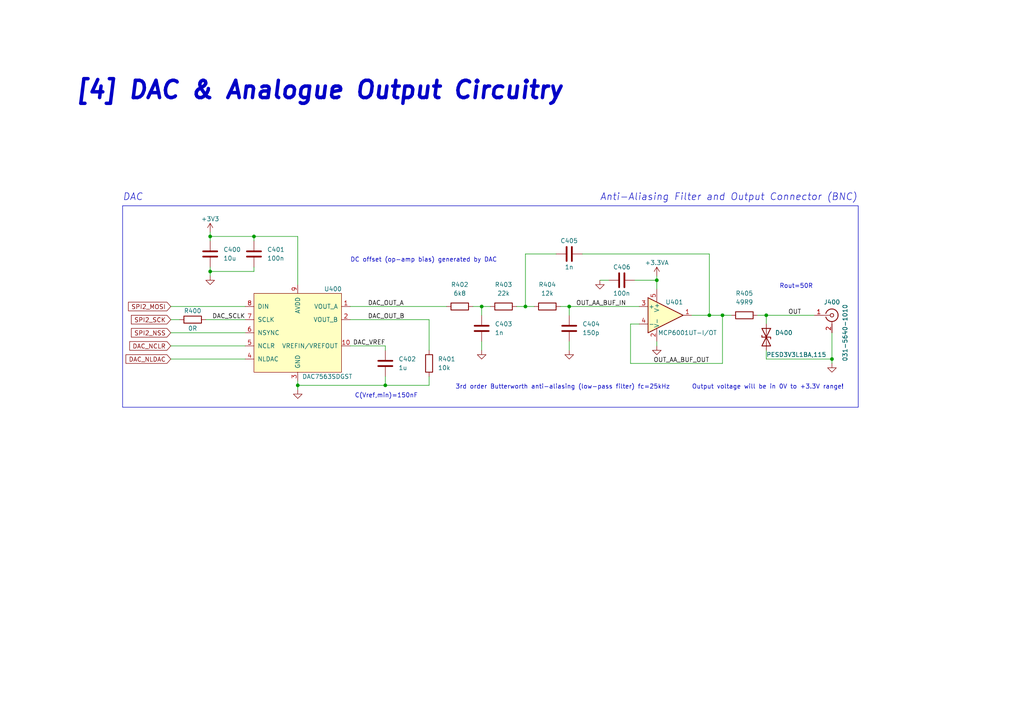
<source format=kicad_sch>
(kicad_sch (version 20230121) (generator eeschema)
  (paper "A4")
  (title_block (title "Signalyzer") (date "11/4/2022") (rev "1") (company "Dylan Gutierrez"))
  (lib_symbols
    (symbol "Amplifier_Operational:MCP6001-OT" (pin_names (offset 0.127))
      (property "Reference" "U" (at -1.27 6.35 0))
      (property "Value" "MCP6001-OT" (at -1.27 3.81 0))
      (symbol "MCP6001-OT_0_1"
        (polyline (pts (xy -5.08 5.08) (xy 5.08 0) (xy -5.08 -5.08) (xy -5.08 5.08)) (stroke (width 0.254)) (fill (type background)))
        (pin power_in line (at -2.54 -7.62 90) (length 3.81) (name "V-") (number "2"))
        (pin power_in line (at -2.54 7.62 270) (length 3.81) (name "V+") (number "5"))
      )
      (symbol "MCP6001-OT_1_1"
        (pin output line (at 7.62 0 180) (length 2.54) (name "~") (number "1"))
        (pin input line (at -7.62 2.54 0) (length 2.54) (name "+") (number "3"))
        (pin input line (at -7.62 -2.54 0) (length 2.54) (name "-") (number "4"))
      )
    )
    (symbol "Connector:Conn_Coaxial" (pin_names (offset 1.016) hide)
      (property "Reference" "J" (at 0.254 3.048 0))
      (property "Value" "Conn_Coaxial" (at 2.921 0 90))
      (symbol "Conn_Coaxial_0_1"
        (arc (start -1.778 -0.508) (mid 0.222 -1.808) (end 1.778 0) (stroke (width 0.254)))
        (polyline (pts (xy -2.54 0) (xy -0.508 0)))
        (polyline (pts (xy 0 -2.54) (xy 0 -1.778)))
        (circle (center 0 0) (radius 0.508) (stroke (width 0.2032)))
        (arc (start 1.778 0) (mid 0.222 1.8083) (end -1.778 0.508) (stroke (width 0.254)))
      )
      (symbol "Conn_Coaxial_1_1"
        (pin passive line (at -5.08 0 0) (length 2.54) (name "In") (number "1"))
        (pin passive line (at 0 -5.08 90) (length 2.54) (name "Ext") (number "2"))
      )
    )
    (symbol "Device:C" (pin_numbers hide) (pin_names (offset 0.254))
      (property "Reference" "C" (at 0.635 2.54 0))
      (property "Value" "C" (at 0.635 -2.54 0))
      (symbol "C_0_1"
        (polyline (pts (xy -2.032 -0.762) (xy 2.032 -0.762)) (stroke (width 0.508)))
        (polyline (pts (xy -2.032 0.762) (xy 2.032 0.762)) (stroke (width 0.508)))
      )
      (symbol "C_1_1"
        (pin passive line (at 0 3.81 270) (length 2.794) (name "~") (number "1"))
        (pin passive line (at 0 -3.81 90) (length 2.794) (name "~") (number "2"))
      )
    )
    (symbol "Device:D_TVS" (pin_numbers hide) (pin_names (offset 1.016) hide)
      (property "Reference" "D" (at 0 2.54 0))
      (property "Value" "D_TVS" (at 0 -2.54 0))
      (symbol "D_TVS_0_1"
        (polyline (pts (xy 1.27 0) (xy -1.27 0)))
        (polyline (pts (xy 0.508 1.27) (xy 0 1.27) (xy 0 -1.27) (xy -0.508 -1.27)) (stroke (width 0.254)))
        (polyline (pts (xy -2.54 1.27) (xy -2.54 -1.27) (xy 2.54 1.27) (xy 2.54 -1.27) (xy -2.54 1.27)) (stroke (width 0.254)))
      )
      (symbol "D_TVS_1_1"
        (pin passive line (at -3.81 0 0) (length 2.54) (name "A1") (number "1"))
        (pin passive line (at 3.81 0 180) (length 2.54) (name "A2") (number "2"))
      )
    )
    (symbol "Device:R" (pin_numbers hide) (pin_names (offset 0))
      (property "Reference" "R" (at 2.032 0 90))
      (property "Value" "R" (at 0 0 90))
      (symbol "R_0_1"
        (rectangle (start -1.016 -2.54) (end 1.016 2.54) (stroke (width 0.254)))
      )
      (symbol "R_1_1"
        (pin passive line (at 0 3.81 270) (length 1.27) (name "~") (number "1"))
        (pin passive line (at 0 -3.81 90) (length 1.27) (name "~") (number "2"))
      )
    )
    (symbol "My_Symbols_KiCad6:DAC7563SDGST" (pin_names (offset 1.016))
      (property "Reference" "U400" (at 10.16 12.7 0))
      (property "Value" "DAC7563SDGST" (at -10.16 -12.7 0))
      (symbol "DAC7563SDGST_0_0"
        (pin output line (at -15.24 7.62 0) (length 2.54) (name "VOUT_A") (number "1"))
        (pin bidirectional line (at -15.24 -3.81 0) (length 2.54) (name "VREFIN/VREFOUT") (number "10"))
        (pin output line (at -15.24 3.81 0) (length 2.54) (name "VOUT_B") (number "2"))
        (pin power_in line (at 0 -13.97 90) (length 2.54) (name "GND") (number "3"))
        (pin input line (at 15.24 -7.62 180) (length 2.54) (name "NLDAC") (number "4"))
        (pin input line (at 15.24 -3.81 180) (length 2.54) (name "NCLR") (number "5"))
        (pin input line (at 15.24 0 180) (length 2.54) (name "NSYNC") (number "6"))
        (pin input line (at 15.24 3.81 180) (length 2.54) (name "SCLK") (number "7"))
        (pin input line (at 15.24 7.62 180) (length 2.54) (name "DIN") (number "8"))
        (pin power_in line (at 0 13.97 270) (length 2.54) (name "AVDD") (number "9"))
      )
      (symbol "DAC7563SDGST_0_1"
        (rectangle (start -12.7 11.43) (end 12.7 -11.43) (fill (type background)))
      )
    )
    (symbol "power:+3.3V" (power) (pin_names (offset 0))
      (property "Value" "+3.3V" (at 0 3.556 0))
      (symbol "+3.3V_0_1"
        (polyline (pts (xy -0.762 1.27) (xy 0 2.54)))
        (polyline (pts (xy 0 0) (xy 0 2.54)))
        (polyline (pts (xy 0 2.54) (xy 0.762 1.27)))
      )
      (symbol "+3.3V_1_1"
        (pin power_in line (at 0 0 90) (length 0) hide (name "+3V3") (number "1"))
      )
    )
    (symbol "power:+3.3VA" (power) (pin_names (offset 0))
      (property "Value" "+3.3VA" (at 0 3.556 0))
      (symbol "+3.3VA_0_1"
        (polyline (pts (xy -0.762 1.27) (xy 0 2.54)))
        (polyline (pts (xy 0 0) (xy 0 2.54)))
        (polyline (pts (xy 0 2.54) (xy 0.762 1.27)))
      )
      (symbol "+3.3VA_1_1"
        (pin power_in line (at 0 0 90) (length 0) hide (name "+3.3VA") (number "1"))
      )
    )
    (symbol "power:GND" (power) (pin_names (offset 0))
      (property "Value" "GND" (at 0 -3.81 0))
      (symbol "GND_0_1"
        (polyline (pts (xy 0 0) (xy 0 -1.27) (xy 1.27 -1.27) (xy 0 -2.54) (xy -1.27 -1.27) (xy 0 -1.27)))
      )
      (symbol "GND_1_1"
        (pin power_in line (at 0 0 270) (length 0) hide (name "GND") (number "1"))
      )
    )
  )
  (junction (at 241.3 104.14))
  (junction (at 60.96 78.74))
  (junction (at 139.7 88.9))
  (junction (at 73.66 68.58))
  (junction (at 205.74 91.44))
  (junction (at 86.36 111.76))
  (junction (at 111.76 111.76))
  (junction (at 209.55 91.44))
  (junction (at 152.4 88.9))
  (junction (at 60.96 68.58))
  (junction (at 165.1 88.9))
  (junction (at 222.25 91.44))
  (junction (at 190.5 81.28))
  (wire (pts (xy 165.1 99.06) (xy 165.1 101.6)))
  (wire (pts (xy 86.36 111.76) (xy 111.76 111.76)))
  (wire (pts (xy 154.94 88.9) (xy 152.4 88.9)))
  (wire (pts (xy 60.96 80.01) (xy 60.96 78.74)))
  (wire (pts (xy 209.55 91.44) (xy 205.74 91.44)))
  (wire (pts (xy 60.96 78.74) (xy 73.66 78.74)))
  (wire (pts (xy 190.5 81.28) (xy 190.5 83.82)))
  (wire (pts (xy 205.74 73.66) (xy 205.74 91.44)))
  (wire (pts (xy 86.36 111.76) (xy 86.36 110.49)))
  (wire (pts (xy 241.3 96.52) (xy 241.3 104.14)))
  (polyline (pts (xy 248.92 59.69) (xy 35.56 59.69)))
  (wire (pts (xy 111.76 101.6) (xy 111.76 100.33)))
  (wire (pts (xy 184.15 81.28) (xy 190.5 81.28)))
  (wire (pts (xy 111.76 100.33) (xy 101.6 100.33)))
  (wire (pts (xy 49.53 104.14) (xy 71.12 104.14)))
  (wire (pts (xy 139.7 99.06) (xy 139.7 101.6)))
  (wire (pts (xy 139.7 91.44) (xy 139.7 88.9)))
  (wire (pts (xy 86.36 68.58) (xy 86.36 82.55)))
  (wire (pts (xy 152.4 88.9) (xy 149.86 88.9)))
  (wire (pts (xy 60.96 67.31) (xy 60.96 68.58)))
  (wire (pts (xy 111.76 111.76) (xy 124.46 111.76)))
  (wire (pts (xy 173.99 81.28) (xy 176.53 81.28)))
  (wire (pts (xy 182.88 93.98) (xy 182.88 105.41)))
  (wire (pts (xy 60.96 78.74) (xy 60.96 77.47)))
  (wire (pts (xy 219.71 91.44) (xy 222.25 91.44)))
  (wire (pts (xy 124.46 101.6) (xy 124.46 92.71)))
  (wire (pts (xy 49.53 96.52) (xy 71.12 96.52)))
  (wire (pts (xy 190.5 81.28) (xy 190.5 80.01)))
  (polyline (pts (xy 35.56 118.11) (xy 248.92 118.11)))
  (wire (pts (xy 71.12 92.71) (xy 59.69 92.71)))
  (wire (pts (xy 222.25 104.14) (xy 241.3 104.14)))
  (wire (pts (xy 185.42 88.9) (xy 165.1 88.9)))
  (wire (pts (xy 205.74 91.44) (xy 200.66 91.44)))
  (wire (pts (xy 168.91 73.66) (xy 205.74 73.66)))
  (wire (pts (xy 60.96 68.58) (xy 60.96 69.85)))
  (wire (pts (xy 152.4 88.9) (xy 152.4 73.66)))
  (wire (pts (xy 86.36 113.03) (xy 86.36 111.76)))
  (wire (pts (xy 142.24 88.9) (xy 139.7 88.9)))
  (wire (pts (xy 222.25 91.44) (xy 236.22 91.44)))
  (wire (pts (xy 73.66 68.58) (xy 86.36 68.58)))
  (wire (pts (xy 241.3 104.14) (xy 241.3 105.41)))
  (wire (pts (xy 111.76 111.76) (xy 111.76 109.22)))
  (wire (pts (xy 49.53 88.9) (xy 71.12 88.9)))
  (wire (pts (xy 165.1 88.9) (xy 162.56 88.9)))
  (wire (pts (xy 222.25 93.98) (xy 222.25 91.44)))
  (wire (pts (xy 60.96 68.58) (xy 73.66 68.58)))
  (wire (pts (xy 139.7 88.9) (xy 137.16 88.9)))
  (wire (pts (xy 165.1 91.44) (xy 165.1 88.9)))
  (wire (pts (xy 182.88 105.41) (xy 209.55 105.41)))
  (wire (pts (xy 49.53 100.33) (xy 71.12 100.33)))
  (wire (pts (xy 190.5 100.33) (xy 190.5 99.06)))
  (wire (pts (xy 222.25 104.14) (xy 222.25 101.6)))
  (polyline (pts (xy 35.56 59.69) (xy 35.56 118.11)))
  (wire (pts (xy 124.46 111.76) (xy 124.46 109.22)))
  (wire (pts (xy 152.4 73.66) (xy 161.29 73.66)))
  (wire (pts (xy 209.55 105.41) (xy 209.55 91.44)))
  (wire (pts (xy 212.09 91.44) (xy 209.55 91.44)))
  (wire (pts (xy 73.66 68.58) (xy 73.66 69.85)))
  (wire (pts (xy 52.07 92.71) (xy 49.53 92.71)))
  (wire (pts (xy 73.66 78.74) (xy 73.66 77.47)))
  (wire (pts (xy 185.42 93.98) (xy 182.88 93.98)))
  (wire (pts (xy 129.54 88.9) (xy 101.6 88.9)))
  (wire (pts (xy 124.46 92.71) (xy 101.6 92.71)))
  (polyline (pts (xy 248.92 118.11) (xy 248.92 59.69)))
  (text "Rout=50R" (at 226.06 83.82 0) (effects (font (size 1.27 1.27)) (justify left bottom)))
  (text "3rd order Butterworth anti-aliasing (low-pass filter) fc=25kHz" (at 132.08 113.03 0) (effects (font (size 1.27 1.27)) (justify left bottom)))
  (text "DAC" (at 35.56 58.42 0) (effects (font (size 2.0066 2.0066) italic) (justify left bottom)))
  (text "DC offset (op-amp bias) generated by DAC" (at 101.6 76.2 0) (effects (font (size 1.27 1.27)) (justify left bottom)))
  (text "Anti-Aliasing Filter and Output Connector (BNC)" (at 173.99 58.42 0) (effects (font (size 2.0066 2.0066) italic) (justify left bottom)))
  (text "C(Vref,min)=150nF" (at 102.87 115.57 0) (effects (font (size 1.27 1.27)) (justify left bottom)))
  (text "[4] DAC & Analogue Output Circuitry" (at 21.59 29.21 0) (effects (font (size 5.0038 5.0038) (thickness 1.0008) bold italic) (justify left bottom)))
  (text "Output voltage will be in 0V to +3.3V range!" (at 200.66 113.03 0) (effects (font (size 1.27 1.27)) (justify left bottom)))
  (label "OUT_AA_BUF_IN" (at 181.61 88.9 180))
  (label "DAC_SCLK" (at 71.12 92.71 180))
  (label "DAC_VREF" (at 111.76 100.33 180))
  (label "OUT_AA_BUF_OUT" (at 205.74 105.41 180))
  (label "DAC_OUT_B" (at 106.68 92.71 0))
  (label "OUT" (at 228.6 91.44 0))
  (label "DAC_OUT_A" (at 106.68 88.9 0))
  (global_label "DAC_NLDAC" (shape input) (at 49.53 104.14 180) (property "Intersheetrefs" "${INTERSHEET_REFS}" (effects hide)))
  (global_label "SPI2_NSS" (shape input) (at 49.53 96.52 180) (property "Intersheetrefs" "${INTERSHEET_REFS}" (effects hide)))
  (global_label "SPI2_SCK" (shape input) (at 49.53 92.71 180) (property "Intersheetrefs" "${INTERSHEET_REFS}" (effects hide)))
  (global_label "SPI2_MOSI" (shape input) (at 49.53 88.9 180) (property "Intersheetrefs" "${INTERSHEET_REFS}" (effects hide)))
  (global_label "DAC_NCLR" (shape input) (at 49.53 100.33 180) (property "Intersheetrefs" "${INTERSHEET_REFS}" (effects hide)))
  (symbol (lib_id "Device:R") (at 215.9 91.44 270) (unit 1)
    (property "Reference" "R405" (at 215.9 85.09 90))
    (property "Value" "49R9" (at 215.9 87.63 90))
    (property "Footprint" "Resistor_SMD:R_0402_1005Metric" (effects hide))
    (property "LCSC Part #" "C2692755" (effects hide))
    (property "Manufacturer" "Resistor.Today" (effects hide))
    (property "Manufacturer Part Number" "PTFR0402B49K9N9" (effects hide))
  )
  (symbol (lib_id "Device:D_TVS") (at 222.25 97.79 270) (unit 1)
    (property "Reference" "D400" (at 224.79 96.52 90) (effects (justify left)))
    (property "Value" "PESD3V3L1BA,115" (at 222.25 102.87 90) (effects (justify left)))
    (property "Footprint" "Diode_SMD:D_SOD-323" (effects hide))
    (property "LCSC Part #" "C51450" (effects hide))
    (property "Manufacturer" "Nexperia USA Inc" (effects hide))
    (property "Manufacturer Part Number" "PESD3V3L1BA,115" (effects hide))
  )
  (symbol (lib_id "power:GND") (at 86.36 113.03 0) (mirror y) (unit 1)
    (property "Reference" "#PWR0159" (effects hide))
    (property "Value" "GND" (effects hide))
  )
  (symbol (lib_id "power:+3.3V") (at 60.96 67.31 0) (unit 1)
    (property "Reference" "#PWR0167" (effects hide))
    (property "Value" "+3.3V" (at 60.96 63.5 0))
  )
  (symbol (lib_id "power:GND") (at 173.99 81.28 0) (unit 1)
    (property "Reference" "#PWR0165" (effects hide))
    (property "Value" "GND" (effects hide))
  )
  (symbol (lib_id "Device:C") (at 73.66 73.66 0) (unit 1)
    (property "Reference" "C401" (at 77.47 72.39 0) (effects (justify left)))
    (property "Value" "100n" (at 77.47 74.93 0) (effects (justify left)))
    (property "Footprint" "Capacitor_SMD:C_0402_1005Metric" (effects hide))
    (property "LCSC Part #" "C343047" (effects hide))
    (property "Manufacturer" "TDK" (effects hide))
    (property "Manufacturer Part Number" "CGA2B3X7R1V104KT0Y0F" (effects hide))
  )
  (symbol (lib_id "Device:C") (at 165.1 95.25 0) (unit 1)
    (property "Reference" "C404" (at 168.91 93.98 0) (effects (justify left)))
    (property "Value" "150p" (at 168.91 96.52 0) (effects (justify left)))
    (property "Footprint" "Capacitor_SMD:C_0402_1005Metric" (effects hide))
    (property "LCSC Part #" "C113789" (effects hide))
    (property "Manufacturer" "YAGEO" (effects hide))
    (property "Manufacturer Part Number" "CC0402KRX7R9BB151" (effects hide))
  )
  (symbol (lib_id "Device:R") (at 158.75 88.9 270) (unit 1)
    (property "Reference" "R404" (at 158.75 82.55 90))
    (property "Value" "12k" (at 158.75 85.09 90))
    (property "Footprint" "Resistor_SMD:R_0402_1005Metric" (effects hide))
    (property "LCSC Part #" "C215763" (effects hide))
    (property "Manufacturer" "PANASONIC" (effects hide))
    (property "Manufacturer Part Number" "ERA2AEB123X" (effects hide))
  )
  (symbol (lib_id "power:+3.3VA") (at 190.5 80.01 0) (unit 1)
    (property "Reference" "#PWR0163" (effects hide))
    (property "Value" "+3.3VA" (at 190.5 76.2 0))
  )
  (symbol (lib_id "Device:C") (at 60.96 73.66 0) (unit 1)
    (property "Reference" "C400" (at 64.77 72.39 0) (effects (justify left)))
    (property "Value" "10u" (at 64.77 74.93 0) (effects (justify left)))
    (property "Footprint" "Capacitor_SMD:C_0603_1608Metric" (effects hide))
    (property "LCSC Part #" "C86275" (effects hide))
    (property "Manufacturer" "Murata Electronics" (effects hide))
    (property "Manufacturer Part Number" "GRM188R61C106KAALD" (effects hide))
  )
  (symbol (lib_id "Device:C") (at 180.34 81.28 270) (unit 1)
    (property "Reference" "C406" (at 177.8 77.47 90) (effects (justify left)))
    (property "Value" "100n" (at 177.8 85.09 90) (effects (justify left)))
    (property "Footprint" "Capacitor_SMD:C_0402_1005Metric" (effects hide))
    (property "LCSC Part #" "C343047" (effects hide))
    (property "Manufacturer" "TDK" (effects hide))
    (property "Manufacturer Part Number" "CGA2B3X7R1V104KT0Y0F" (effects hide))
  )
  (symbol (lib_id "power:GND") (at 60.96 80.01 0) (mirror y) (unit 1)
    (property "Reference" "#PWR0166" (effects hide))
    (property "Value" "GND" (effects hide))
  )
  (symbol (lib_id "power:GND") (at 139.7 101.6 0) (unit 1)
    (property "Reference" "#PWR0160" (effects hide))
    (property "Value" "GND" (effects hide))
  )
  (symbol (lib_id "Amplifier_Operational:MCP6001-OT") (at 193.04 91.44 0) (unit 1)
    (property "Reference" "U401" (at 195.58 87.63 0))
    (property "Value" "MCP6001UT-I/OT" (at 199.39 96.52 0))
    (property "Footprint" "Package_TO_SOT_SMD:SOT-23-5" (effects hide))
    (property "Datasheet" "http://ww1.microchip.com/downloads/en/DeviceDoc/21733j.pdf" (effects hide))
    (property "Manufacturer" "Microchip Technology" (effects hide))
    (property "Manufacturer Part Number" "MCP6001UT-I/OT" (effects hide))
  )
  (symbol (lib_id "Device:C") (at 165.1 73.66 90) (unit 1)
    (property "Reference" "C405" (at 167.64 69.85 90) (effects (justify left)))
    (property "Value" "1n" (at 166.37 77.47 90) (effects (justify left)))
    (property "Footprint" "Capacitor_SMD:C_0402_1005Metric" (effects hide))
    (property "LCSC Part #" "C3010445" (effects hide))
    (property "Manufacturer" "Murata Electronics" (effects hide))
    (property "Manufacturer Part Number" "GRM1555C2A102GE01D" (effects hide))
  )
  (symbol (lib_id "power:GND") (at 241.3 105.41 0) (unit 1)
    (property "Reference" "#PWR0161" (effects hide))
    (property "Value" "GND" (effects hide))
  )
  (symbol (lib_id "My_Symbols_KiCad6:DAC7563SDGST") (at 86.36 96.52 0) (mirror y) (unit 1)
    (property "Reference" "U400" (at 93.98 83.82 0) (effects (justify right)))
    (property "Value" "DAC7563SDGST" (at 87.63 109.22 0) (effects (justify right)))
    (property "Footprint" "My_Footprints:VSSOP-10" (effects hide))
    (property "Manufacturer" "Texas Instruments" (effects hide))
    (property "Manufacturer Part Number" "DAC7563SDGST" (effects hide))
  )
  (symbol (lib_id "power:GND") (at 190.5 100.33 0) (unit 1)
    (property "Reference" "#PWR0162" (effects hide))
    (property "Value" "GND" (effects hide))
  )
  (symbol (lib_id "Device:R") (at 146.05 88.9 270) (unit 1)
    (property "Reference" "R403" (at 146.05 82.55 90))
    (property "Value" "22k" (at 146.05 85.09 90))
    (property "Footprint" "Resistor_SMD:R_0402_1005Metric" (effects hide))
    (property "LCSC Part #" "C2693021" (effects hide))
    (property "Manufacturer" "Resistor.Today" (effects hide))
    (property "Manufacturer Part Number" "PTFR0402B22K0N9" (effects hide))
  )
  (symbol (lib_id "Device:C") (at 139.7 95.25 0) (unit 1)
    (property "Reference" "C403" (at 143.51 93.98 0) (effects (justify left)))
    (property "Value" "1n" (at 143.51 96.52 0) (effects (justify left)))
    (property "Footprint" "Capacitor_SMD:C_0402_1005Metric" (effects hide))
    (property "LCSC Part #" "C3010445" (effects hide))
    (property "Manufacturer" "Murata Electronics" (effects hide))
    (property "Manufacturer Part Number" "GRM1555C2A102GE01D" (effects hide))
  )
  (symbol (lib_id "Device:R") (at 55.88 92.71 90) (mirror x) (unit 1)
    (property "Reference" "R400" (at 55.88 90.17 90))
    (property "Value" "0R" (at 55.88 95.25 90))
    (property "Footprint" "Resistor_SMD:R_0402_1005Metric" (effects hide))
    (property "LCSC Part #" "C346504" (effects hide))
    (property "Manufacturer" "SEI(Stackpole Elec)" (effects hide))
    (property "Manufacturer Part Number" "HCJ0402ZT0R00" (effects hide))
  )
  (symbol (lib_id "Device:R") (at 133.35 88.9 270) (unit 1)
    (property "Reference" "R402" (at 133.35 82.55 90))
    (property "Value" "6k8" (at 133.35 85.09 90))
    (property "Footprint" "Resistor_SMD:R_0402_1005Metric" (effects hide))
    (property "LCSC Part #" "C543679" (effects hide))
    (property "Manufacturer" "PANASONIC" (effects hide))
    (property "Manufacturer Part Number" "ERA2VEB6801X" (effects hide))
  )
  (symbol (lib_id "Connector:Conn_Coaxial") (at 241.3 91.44 0) (unit 1)
    (property "Reference" "J400" (at 241.3 87.63 0))
    (property "Value" "031-5640-1010" (at 245.11 96.52 90))
    (property "Footprint" "Connector_Coaxial:BNC_Amphenol_B6252HB-NPP3G-50_Horizontal" (effects hide))
    (property "Datasheet" " ~" (effects hide))
    (property "Manufacturer" "Amphenol RF" (effects hide))
    (property "Manufacturer Part Number" "031-5640-1010" (effects hide))
  )
  (symbol (lib_id "Device:C") (at 111.76 105.41 0) (unit 1)
    (property "Reference" "C402" (at 115.57 104.14 0) (effects (justify left)))
    (property "Value" "1u" (at 115.57 106.68 0) (effects (justify left)))
    (property "Footprint" "Capacitor_SMD:C_0603_1608Metric" (effects hide))
    (property "LCSC Part #" "C472462" (effects hide))
    (property "Manufacturer" "Samsung Electro-Mechanics" (effects hide))
    (property "Manufacturer Part Number" "CL10B105KA8VPJC" (effects hide))
  )
  (symbol (lib_id "power:GND") (at 165.1 101.6 0) (unit 1)
    (property "Reference" "#PWR0164" (effects hide))
    (property "Value" "GND" (effects hide))
  )
  (symbol (lib_id "Device:R") (at 124.46 105.41 0) (unit 1)
    (property "Reference" "R401" (at 127 104.14 0) (effects (justify left)))
    (property "Value" "10k" (at 127 106.68 0) (effects (justify left)))
    (property "Footprint" "Resistor_SMD:R_0402_1005Metric" (effects hide))
    (property "LCSC Part #" "C427247" (effects hide))
    (property "Manufacturer" "PANASONIC" (effects hide))
    (property "Manufacturer Part Number" "ERJPA2F1002X" (effects hide))
  )
)
</source>
